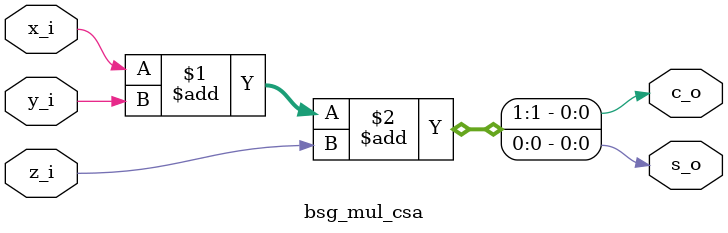
<source format=v>
module bsg_mul_csa
     (input x_i
      ,input y_i
      ,input z_i
      ,output c_o
      ,output s_o
      );
     assign {c_o,s_o} = x_i + y_i + z_i;
endmodule
</source>
